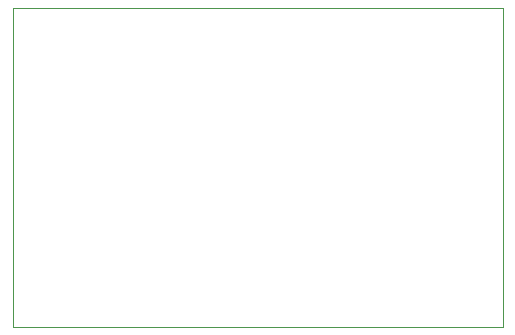
<source format=gbr>
%TF.GenerationSoftware,KiCad,Pcbnew,(5.1.12)-1*%
%TF.CreationDate,2022-01-10T13:04:04+01:00*%
%TF.ProjectId,trainCatcherRelay,74726169-6e43-4617-9463-68657252656c,rev?*%
%TF.SameCoordinates,Original*%
%TF.FileFunction,Profile,NP*%
%FSLAX46Y46*%
G04 Gerber Fmt 4.6, Leading zero omitted, Abs format (unit mm)*
G04 Created by KiCad (PCBNEW (5.1.12)-1) date 2022-01-10 13:04:04*
%MOMM*%
%LPD*%
G01*
G04 APERTURE LIST*
%TA.AperFunction,Profile*%
%ADD10C,0.050000*%
%TD*%
G04 APERTURE END LIST*
D10*
X123000000Y66000000D02*
X123000000Y39000000D01*
X164500000Y66000000D02*
X123000000Y66000000D01*
X164500000Y39000000D02*
X164500000Y66000000D01*
X123000000Y39000000D02*
X164500000Y39000000D01*
M02*

</source>
